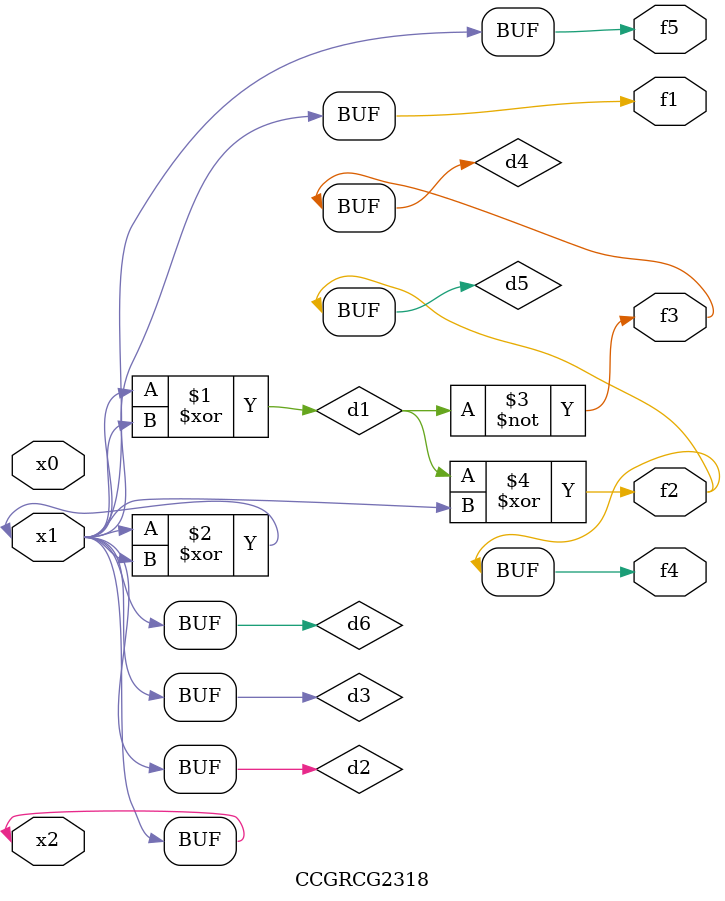
<source format=v>
module CCGRCG2318(
	input x0, x1, x2,
	output f1, f2, f3, f4, f5
);

	wire d1, d2, d3, d4, d5, d6;

	xor (d1, x1, x2);
	buf (d2, x1, x2);
	xor (d3, x1, x2);
	nor (d4, d1);
	xor (d5, d1, d2);
	buf (d6, d2, d3);
	assign f1 = d6;
	assign f2 = d5;
	assign f3 = d4;
	assign f4 = d5;
	assign f5 = d6;
endmodule

</source>
